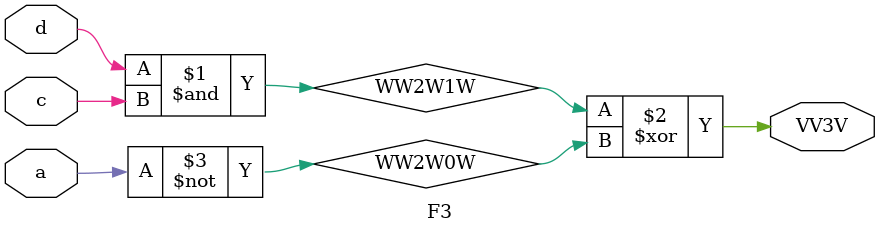
<source format=v>
module F3 (a , d , c , VV3V); 
input a , d , c;
output VV3V;
wire WW2W0W , WW2W1W;

not f0 (WW2W0W , a);
and f1 (WW2W1W , d , c);
xor f2 (VV3V , WW2W1W , WW2W0W);
endmodule
</source>
